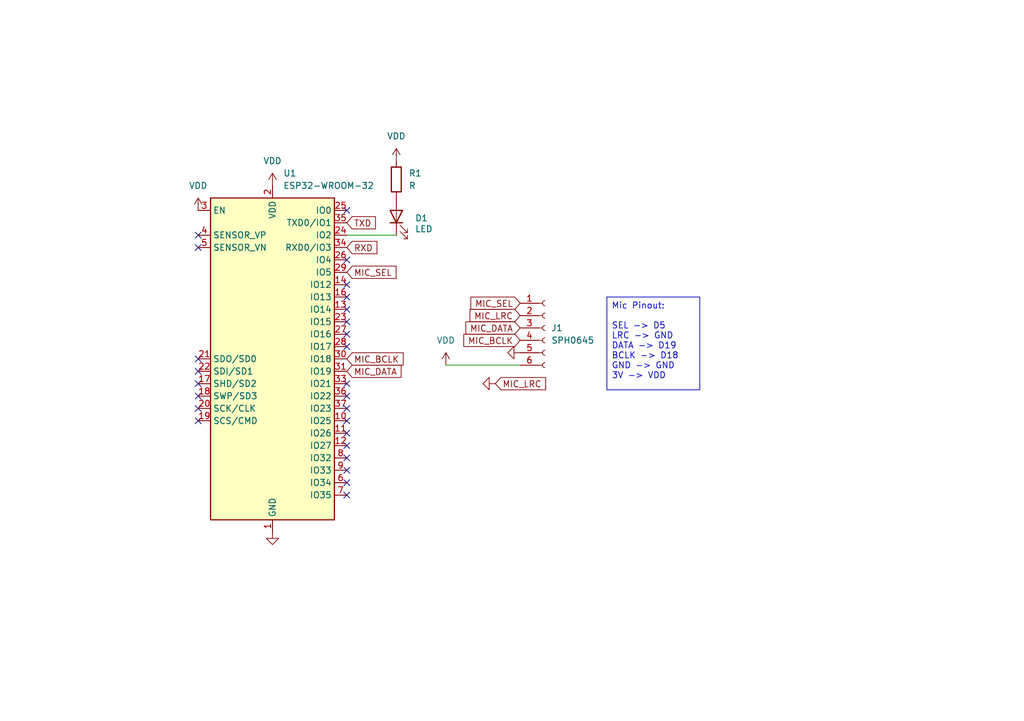
<source format=kicad_sch>
(kicad_sch (version 20230121) (generator eeschema)
  (paper "A5")
  (lib_symbols
    (symbol "Connector:Conn_01x06_Socket" (pin_names (offset 1.016) hide)
      (property "Reference" "J" (at 0 7.62 0))
      (property "Value" "Conn_01x06_Socket" (at 0 -10.16 0))
      (symbol "Conn_01x06_Socket_1_1"
        (arc (start 0 -7.112) (mid -0.5058 -7.62) (end 0 -8.128) (stroke (width 0.1524)))
        (arc (start 0 -4.572) (mid -0.5058 -5.08) (end 0 -5.588) (stroke (width 0.1524)))
        (arc (start 0 -2.032) (mid -0.5058 -2.54) (end 0 -3.048) (stroke (width 0.1524)))
        (polyline (pts (xy -1.27 -7.62) (xy -0.508 -7.62)) (stroke (width 0.1524)))
        (polyline (pts (xy -1.27 -5.08) (xy -0.508 -5.08)) (stroke (width 0.1524)))
        (polyline (pts (xy -1.27 -2.54) (xy -0.508 -2.54)) (stroke (width 0.1524)))
        (polyline (pts (xy -1.27 0) (xy -0.508 0)) (stroke (width 0.1524)))
        (polyline (pts (xy -1.27 2.54) (xy -0.508 2.54)) (stroke (width 0.1524)))
        (polyline (pts (xy -1.27 5.08) (xy -0.508 5.08)) (stroke (width 0.1524)))
        (arc (start 0 0.508) (mid -0.5058 0) (end 0 -0.508) (stroke (width 0.1524)))
        (arc (start 0 3.048) (mid -0.5058 2.54) (end 0 2.032) (stroke (width 0.1524)))
        (arc (start 0 5.588) (mid -0.5058 5.08) (end 0 4.572) (stroke (width 0.1524)))
        (pin passive line (at -5.08 5.08 0) (length 3.81) (name "Pin_1") (number "1"))
        (pin passive line (at -5.08 2.54 0) (length 3.81) (name "Pin_2") (number "2"))
        (pin passive line (at -5.08 0 0) (length 3.81) (name "Pin_3") (number "3"))
        (pin passive line (at -5.08 -2.54 0) (length 3.81) (name "Pin_4") (number "4"))
        (pin passive line (at -5.08 -5.08 0) (length 3.81) (name "Pin_5") (number "5"))
        (pin passive line (at -5.08 -7.62 0) (length 3.81) (name "Pin_6") (number "6"))
      )
    )
    (symbol "Device:LED" (pin_numbers hide) (pin_names (offset 1.016) hide)
      (property "Reference" "D" (at 0 2.54 0))
      (property "Value" "LED" (at 0 -2.54 0))
      (symbol "LED_0_1"
        (polyline (pts (xy -1.27 -1.27) (xy -1.27 1.27)) (stroke (width 0.254)))
        (polyline (pts (xy -1.27 0) (xy 1.27 0)))
        (polyline (pts (xy 1.27 -1.27) (xy 1.27 1.27) (xy -1.27 0) (xy 1.27 -1.27)) (stroke (width 0.254)))
        (polyline (pts (xy -3.048 -0.762) (xy -4.572 -2.286) (xy -3.81 -2.286) (xy -4.572 -2.286) (xy -4.572 -1.524)))
        (polyline (pts (xy -1.778 -0.762) (xy -3.302 -2.286) (xy -2.54 -2.286) (xy -3.302 -2.286) (xy -3.302 -1.524)))
      )
      (symbol "LED_1_1"
        (pin passive line (at -3.81 0 0) (length 2.54) (name "K") (number "1"))
        (pin passive line (at 3.81 0 180) (length 2.54) (name "A") (number "2"))
      )
    )
    (symbol "Device:R" (pin_numbers hide) (pin_names (offset 0))
      (property "Reference" "R" (at 2.032 0 90))
      (property "Value" "R" (at 0 0 90))
      (symbol "R_0_1"
        (rectangle (start -1.016 -2.54) (end 1.016 2.54) (stroke (width 0.254)))
      )
      (symbol "R_1_1"
        (pin passive line (at 0 3.81 270) (length 1.27) (name "~") (number "1"))
        (pin passive line (at 0 -3.81 90) (length 1.27) (name "~") (number "2"))
      )
    )
    (symbol "RF_Module:ESP32-WROOM-32"
      (property "Reference" "U" (at -12.7 34.29 0))
      (property "Value" "ESP32-WROOM-32" (at 1.27 34.29 0))
      (symbol "ESP32-WROOM-32_0_1"
        (rectangle (start -12.7 33.02) (end 12.7 -33.02) (stroke (width 0.254)) (fill (type background)))
      )
      (symbol "ESP32-WROOM-32_1_1"
        (pin power_in line (at 0 -35.56 90) (length 2.54) (name "GND") (number "1"))
        (pin bidirectional line (at 15.24 -12.7 180) (length 2.54) (name "IO25") (number "10"))
        (pin bidirectional line (at 15.24 -15.24 180) (length 2.54) (name "IO26") (number "11"))
        (pin bidirectional line (at 15.24 -17.78 180) (length 2.54) (name "IO27") (number "12"))
        (pin bidirectional line (at 15.24 10.16 180) (length 2.54) (name "IO14") (number "13"))
        (pin bidirectional line (at 15.24 15.24 180) (length 2.54) (name "IO12") (number "14"))
        (pin passive line (at 0 -35.56 90) (length 2.54) hide (name "GND") (number "15"))
        (pin bidirectional line (at 15.24 12.7 180) (length 2.54) (name "IO13") (number "16"))
        (pin bidirectional line (at -15.24 -5.08 0) (length 2.54) (name "SHD/SD2") (number "17"))
        (pin bidirectional line (at -15.24 -7.62 0) (length 2.54) (name "SWP/SD3") (number "18"))
        (pin bidirectional line (at -15.24 -12.7 0) (length 2.54) (name "SCS/CMD") (number "19"))
        (pin power_in line (at 0 35.56 270) (length 2.54) (name "VDD") (number "2"))
        (pin bidirectional line (at -15.24 -10.16 0) (length 2.54) (name "SCK/CLK") (number "20"))
        (pin bidirectional line (at -15.24 0 0) (length 2.54) (name "SDO/SD0") (number "21"))
        (pin bidirectional line (at -15.24 -2.54 0) (length 2.54) (name "SDI/SD1") (number "22"))
        (pin bidirectional line (at 15.24 7.62 180) (length 2.54) (name "IO15") (number "23"))
        (pin bidirectional line (at 15.24 25.4 180) (length 2.54) (name "IO2") (number "24"))
        (pin bidirectional line (at 15.24 30.48 180) (length 2.54) (name "IO0") (number "25"))
        (pin bidirectional line (at 15.24 20.32 180) (length 2.54) (name "IO4") (number "26"))
        (pin bidirectional line (at 15.24 5.08 180) (length 2.54) (name "IO16") (number "27"))
        (pin bidirectional line (at 15.24 2.54 180) (length 2.54) (name "IO17") (number "28"))
        (pin bidirectional line (at 15.24 17.78 180) (length 2.54) (name "IO5") (number "29"))
        (pin input line (at -15.24 30.48 0) (length 2.54) (name "EN") (number "3"))
        (pin bidirectional line (at 15.24 0 180) (length 2.54) (name "IO18") (number "30"))
        (pin bidirectional line (at 15.24 -2.54 180) (length 2.54) (name "IO19") (number "31"))
        (pin no_connect line (at -12.7 -27.94 0) (length 2.54) hide (name "NC") (number "32"))
        (pin bidirectional line (at 15.24 -5.08 180) (length 2.54) (name "IO21") (number "33"))
        (pin bidirectional line (at 15.24 22.86 180) (length 2.54) (name "RXD0/IO3") (number "34"))
        (pin bidirectional line (at 15.24 27.94 180) (length 2.54) (name "TXD0/IO1") (number "35"))
        (pin bidirectional line (at 15.24 -7.62 180) (length 2.54) (name "IO22") (number "36"))
        (pin bidirectional line (at 15.24 -10.16 180) (length 2.54) (name "IO23") (number "37"))
        (pin passive line (at 0 -35.56 90) (length 2.54) hide (name "GND") (number "38"))
        (pin passive line (at 0 -35.56 90) (length 2.54) hide (name "GND") (number "39"))
        (pin input line (at -15.24 25.4 0) (length 2.54) (name "SENSOR_VP") (number "4"))
        (pin input line (at -15.24 22.86 0) (length 2.54) (name "SENSOR_VN") (number "5"))
        (pin input line (at 15.24 -25.4 180) (length 2.54) (name "IO34") (number "6"))
        (pin input line (at 15.24 -27.94 180) (length 2.54) (name "IO35") (number "7"))
        (pin bidirectional line (at 15.24 -20.32 180) (length 2.54) (name "IO32") (number "8"))
        (pin bidirectional line (at 15.24 -22.86 180) (length 2.54) (name "IO33") (number "9"))
      )
    )
    (symbol "power:GND" (power) (pin_names (offset 0))
      (property "Value" "GND" (at 0 -3.81 0))
      (symbol "GND_0_1"
        (polyline (pts (xy 0 0) (xy 0 -1.27) (xy 1.27 -1.27) (xy 0 -2.54) (xy -1.27 -1.27) (xy 0 -1.27)))
      )
      (symbol "GND_1_1"
        (pin power_in line (at 0 0 270) (length 0) hide (name "GND") (number "1"))
      )
    )
    (symbol "power:VDD" (power) (pin_names (offset 0))
      (property "Value" "VDD" (at 0 3.81 0))
      (symbol "VDD_0_1"
        (polyline (pts (xy -0.762 1.27) (xy 0 2.54)))
        (polyline (pts (xy 0 0) (xy 0 2.54)))
        (polyline (pts (xy 0 2.54) (xy 0.762 1.27)))
      )
      (symbol "VDD_1_1"
        (pin power_in line (at 0 0 90) (length 0) hide (name "VDD") (number "1"))
      )
    )
  )
  (no_connect (at 40.64 48.26))
  (no_connect (at 71.12 68.58))
  (no_connect (at 71.12 81.28))
  (no_connect (at 71.12 60.96))
  (no_connect (at 40.64 50.8))
  (no_connect (at 40.64 78.74))
  (no_connect (at 71.12 78.74))
  (no_connect (at 40.64 83.82))
  (no_connect (at 71.12 88.9))
  (no_connect (at 40.64 76.2))
  (no_connect (at 71.12 83.82))
  (no_connect (at 71.12 93.98))
  (no_connect (at 40.64 81.28))
  (no_connect (at 71.12 43.18))
  (no_connect (at 71.12 66.04))
  (no_connect (at 71.12 58.42))
  (no_connect (at 71.12 101.6))
  (no_connect (at 71.12 91.44))
  (no_connect (at 71.12 96.52))
  (no_connect (at 71.12 99.06))
  (no_connect (at 71.12 53.34))
  (no_connect (at 71.12 63.5))
  (no_connect (at 40.64 86.36))
  (no_connect (at 40.64 73.66))
  (no_connect (at 71.12 71.12))
  (no_connect (at 71.12 86.36))
  (wire (pts (xy 91.44 74.93) (xy 106.68 74.93)))
  (wire (pts (xy 71.12 48.26) (xy 81.28 48.26)))
  (text_box "Mic Pinout:\n\nSEL -> D5\nLRC -> GND\nDATA -> D19\nBCLK -> D18\nGND -> GND\n3V -> VDD\n" (at 124.46 60.96 0) (size 19.05 19.05) (effects (font (size 1.27 1.27)) (justify left top)))
  (global_label "MIC_BCLK" (shape input) (at 106.68 69.85 180) (property "Intersheetrefs" "${INTERSHEET_REFS}" (effects hide)))
  (global_label "MIC_SEL" (shape input) (at 71.12 55.88 0) (property "Intersheetrefs" "${INTERSHEET_REFS}" (effects hide)))
  (global_label "MIC_BCLK" (shape input) (at 71.12 73.66 0) (property "Intersheetrefs" "${INTERSHEET_REFS}" (effects hide)))
  (global_label "RXD" (shape input) (at 71.12 50.8 0) (property "Intersheetrefs" "${INTERSHEET_REFS}" (effects hide)))
  (global_label "MIC_DATA" (shape input) (at 106.68 67.31 180) (property "Intersheetrefs" "${INTERSHEET_REFS}" (effects hide)))
  (global_label "TXD" (shape input) (at 71.12 45.72 0) (property "Intersheetrefs" "${INTERSHEET_REFS}" (effects hide)))
  (global_label "MIC_SEL" (shape input) (at 106.68 62.23 180) (property "Intersheetrefs" "${INTERSHEET_REFS}" (effects hide)))
  (global_label "MIC_LRC" (shape input) (at 106.68 64.77 180) (property "Intersheetrefs" "${INTERSHEET_REFS}" (effects hide)))
  (global_label "MIC_LRC" (shape input) (at 101.6 78.74 0) (property "Intersheetrefs" "${INTERSHEET_REFS}" (effects hide)))
  (global_label "MIC_DATA" (shape input) (at 71.12 76.2 0) (property "Intersheetrefs" "${INTERSHEET_REFS}" (effects hide)))
  (symbol (lib_id "RF_Module:ESP32-WROOM-32") (at 55.88 73.66 0) (unit 1)
    (property "Reference" "U1" (at 58.0741 35.56 0) (effects (justify left)))
    (property "Value" "ESP32-WROOM-32" (at 58.0741 38.1 0) (effects (justify left)))
    (property "Footprint" "RF_Module:ESP32-WROOM-32" (effects hide))
    (property "Datasheet" "https://www.espressif.com/sites/default/files/documentation/esp32-wroom-32_datasheet_en.pdf" (effects hide))
  )
  (symbol (lib_id "Device:R") (at 81.28 36.83 0) (unit 1)
    (property "Reference" "R1" (at 83.82 35.56 0) (effects (justify left)))
    (property "Value" "R" (at 83.82 38.1 0) (effects (justify left)))
  )
  (symbol (lib_id "Connector:Conn_01x06_Socket") (at 111.76 67.31 0) (unit 1)
    (property "Reference" "J1" (at 113.03 67.31 0) (effects (justify left)))
    (property "Value" "SPH0645" (at 113.03 69.85 0) (effects (justify left)))
  )
  (symbol (lib_id "power:GND") (at 106.68 72.39 270) (unit 1)
    (property "Reference" "#PWR02" (effects hide))
    (property "Value" "GND" (effects hide))
  )
  (symbol (lib_id "power:VDD") (at 91.44 74.93 0) (unit 1)
    (property "Reference" "#PWR01" (effects hide))
    (property "Value" "VDD" (at 91.44 69.85 0))
  )
  (symbol (lib_id "power:GND") (at 55.88 109.22 0) (unit 1)
    (property "Reference" "#PWR04" (effects hide))
    (property "Value" "GND" (effects hide))
  )
  (symbol (lib_id "power:VDD") (at 40.64 43.18 0) (unit 1)
    (property "Reference" "#PWR05" (effects hide))
    (property "Value" "VDD" (at 40.64 38.1 0))
  )
  (symbol (lib_id "power:GND") (at 101.6 78.74 270) (unit 1)
    (property "Reference" "#PWR07" (effects hide))
    (property "Value" "GND" (effects hide))
  )
  (symbol (lib_id "power:VDD") (at 81.28 33.02 0) (unit 1)
    (property "Reference" "#PWR06" (effects hide))
    (property "Value" "VDD" (at 81.28 27.94 0))
  )
  (symbol (lib_id "power:VDD") (at 55.88 38.1 0) (unit 1)
    (property "Reference" "#PWR03" (effects hide))
    (property "Value" "VDD" (at 55.88 33.02 0))
  )
  (symbol (lib_id "Device:LED") (at 81.28 44.45 90) (unit 1)
    (property "Reference" "D1" (at 85.09 44.7675 90) (effects (justify right)))
    (property "Value" "LED" (at 85.09 46.99 90) (effects (justify right)))
  )
)
</source>
